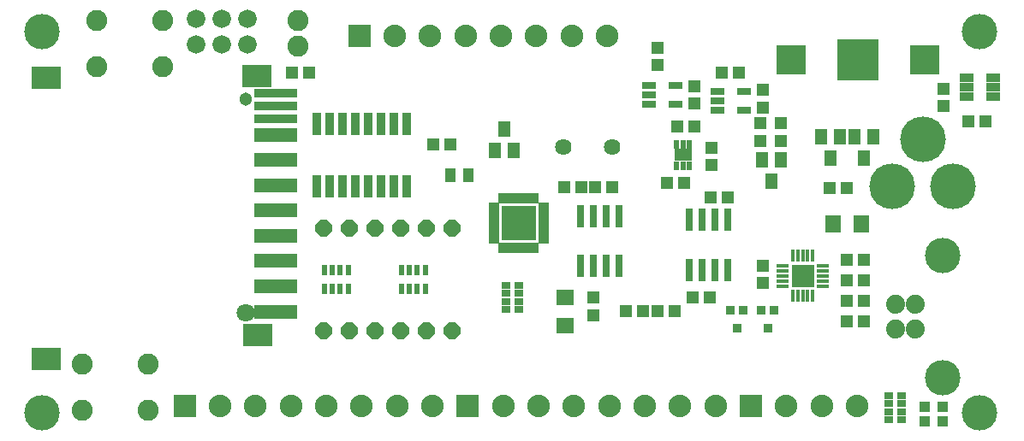
<source format=gts>
G75*
%MOIN*%
%OFA0B0*%
%FSLAX24Y24*%
%IPPOS*%
%LPD*%
%AMOC8*
5,1,8,0,0,1.08239X$1,22.5*
%
%ADD10C,0.0640*%
%ADD11R,0.0513X0.0474*%
%ADD12R,0.0395X0.0552*%
%ADD13R,0.0340X0.0880*%
%ADD14R,0.0552X0.0297*%
%ADD15R,0.1182X0.0867*%
%ADD16R,0.1655X0.0356*%
%ADD17R,0.1655X0.0552*%
%ADD18C,0.0513*%
%ADD19C,0.0710*%
%ADD20R,0.1175X0.1175*%
%ADD21R,0.1640X0.1640*%
%ADD22C,0.1380*%
%ADD23R,0.0474X0.0513*%
%ADD24OC8,0.0640*%
%ADD25C,0.0720*%
%ADD26C,0.0820*%
%ADD27C,0.1780*%
%ADD28R,0.0474X0.0631*%
%ADD29R,0.0560X0.0325*%
%ADD30C,0.0740*%
%ADD31R,0.0880X0.0880*%
%ADD32C,0.0880*%
%ADD33R,0.0240X0.0400*%
%ADD34R,0.0631X0.0710*%
%ADD35R,0.0395X0.0395*%
%ADD36R,0.0356X0.0356*%
%ADD37R,0.0336X0.0277*%
%ADD38R,0.0220X0.0320*%
%ADD39R,0.0710X0.0470*%
%ADD40R,0.0290X0.0860*%
%ADD41R,0.0178X0.0474*%
%ADD42R,0.0474X0.0178*%
%ADD43R,0.0867X0.0867*%
%ADD44R,0.0710X0.0631*%
%ADD45R,0.0400X0.0200*%
%ADD46R,0.0200X0.0400*%
%ADD47R,0.1360X0.1360*%
D10*
X021980Y012030D03*
X023880Y012030D03*
D11*
X026395Y012830D03*
X027065Y012830D03*
X029630Y012965D03*
X030430Y012965D03*
X030430Y012295D03*
X029630Y012295D03*
X026665Y010630D03*
X025995Y010630D03*
X027695Y010080D03*
X028365Y010080D03*
X032345Y010430D03*
X033015Y010430D03*
X037745Y013030D03*
X038415Y013030D03*
X036780Y013645D03*
X036780Y014315D03*
X028815Y014930D03*
X028145Y014930D03*
X023865Y010480D03*
X023195Y010480D03*
X022665Y010480D03*
X021995Y010480D03*
X017565Y012130D03*
X016895Y012130D03*
X026995Y006180D03*
X027665Y006180D03*
X026315Y005630D03*
X025645Y005630D03*
X032995Y005230D03*
X033665Y005230D03*
X033665Y006830D03*
X032995Y006830D03*
D12*
X018284Y010930D03*
X017576Y010930D03*
D13*
X015880Y010520D03*
X015380Y010520D03*
X014880Y010520D03*
X014380Y010520D03*
X013880Y010520D03*
X013380Y010520D03*
X012880Y010520D03*
X012380Y010520D03*
X012380Y012940D03*
X012880Y012940D03*
X013380Y012940D03*
X013880Y012940D03*
X014380Y012940D03*
X014880Y012940D03*
X015380Y012940D03*
X015880Y012940D03*
D14*
X025318Y013706D03*
X025318Y014080D03*
X025318Y014454D03*
X026342Y014454D03*
X026342Y013706D03*
X027983Y013850D03*
X027983Y013476D03*
X029007Y013476D03*
X029007Y014224D03*
X027983Y014224D03*
D15*
X010036Y014802D03*
X001847Y014763D03*
X010076Y004724D03*
X001847Y003779D03*
D16*
X010784Y013149D03*
X010784Y013661D03*
X010784Y014133D03*
D17*
X010784Y012519D03*
X010784Y011535D03*
X010784Y010550D03*
X010784Y009566D03*
X010784Y008582D03*
X010784Y007598D03*
X010784Y006613D03*
X010784Y005629D03*
D18*
X009603Y013897D03*
D19*
X009603Y005590D03*
D20*
X030830Y015430D03*
X036030Y015430D03*
D21*
X033430Y015430D03*
D22*
X001680Y001680D03*
X001680Y016555D03*
X036750Y007800D03*
X036750Y003060D03*
X038180Y001680D03*
X038180Y016555D03*
D23*
X029730Y014265D03*
X029730Y013595D03*
X027080Y013745D03*
X027080Y014415D03*
X025630Y015245D03*
X025630Y015915D03*
X027730Y012015D03*
X027730Y011345D03*
X032995Y007630D03*
X033665Y007630D03*
X033665Y006030D03*
X032995Y006030D03*
X029730Y006745D03*
X029730Y007415D03*
X025065Y005630D03*
X024395Y005630D03*
X023130Y005495D03*
X023130Y006165D03*
X012065Y014930D03*
X011395Y014930D03*
D24*
X012630Y008880D03*
X013630Y008880D03*
X014630Y008880D03*
X015630Y008880D03*
X016630Y008880D03*
X017630Y008880D03*
X017630Y004880D03*
X016630Y004880D03*
X015630Y004880D03*
X014630Y004880D03*
X013630Y004880D03*
X012630Y004880D03*
D25*
X009680Y016030D03*
X008680Y016030D03*
X007680Y016030D03*
X007680Y017030D03*
X008680Y017030D03*
X009680Y017030D03*
D26*
X011630Y016980D03*
X011630Y015980D03*
X006360Y015190D03*
X003800Y015190D03*
X003800Y016970D03*
X006360Y016970D03*
X005810Y003570D03*
X003250Y003570D03*
X003250Y001790D03*
X005810Y001790D03*
D27*
X034781Y010505D03*
X037143Y010505D03*
X035962Y012355D03*
D28*
X034054Y012463D03*
X033306Y012463D03*
X032754Y012463D03*
X032006Y012463D03*
X032380Y011597D03*
X033680Y011597D03*
X030454Y011563D03*
X029706Y011563D03*
X030080Y010697D03*
X020054Y011897D03*
X019306Y011897D03*
X019680Y012763D03*
D29*
X037664Y014006D03*
X037664Y014380D03*
X037664Y014754D03*
X038696Y014754D03*
X038696Y014380D03*
X038696Y014006D03*
D30*
X035680Y005922D03*
X034900Y005922D03*
X034900Y004938D03*
X035680Y004938D03*
D31*
X029277Y001930D03*
X018254Y001930D03*
X007230Y001930D03*
X014030Y016380D03*
D32*
X015408Y016380D03*
X016786Y016380D03*
X018164Y016380D03*
X019542Y016380D03*
X020920Y016380D03*
X022298Y016380D03*
X023676Y016380D03*
X023765Y001930D03*
X025143Y001930D03*
X026521Y001930D03*
X027899Y001930D03*
X030655Y001930D03*
X032033Y001930D03*
X033411Y001930D03*
X022387Y001930D03*
X021010Y001930D03*
X019632Y001930D03*
X016876Y001930D03*
X015498Y001930D03*
X014120Y001930D03*
X012742Y001930D03*
X011364Y001930D03*
X009986Y001930D03*
X008608Y001930D03*
D33*
X012658Y006526D03*
X012973Y006526D03*
X013287Y006526D03*
X013602Y006526D03*
X013602Y007234D03*
X013287Y007234D03*
X012973Y007234D03*
X012658Y007234D03*
X015658Y007234D03*
X015973Y007234D03*
X016287Y007234D03*
X016602Y007234D03*
X016602Y006526D03*
X016287Y006526D03*
X015973Y006526D03*
X015658Y006526D03*
D34*
X032479Y009030D03*
X033581Y009030D03*
D35*
X036030Y001925D03*
X036730Y001925D03*
X036730Y001335D03*
X036030Y001335D03*
D36*
X029930Y004966D03*
X028730Y004966D03*
X028474Y005694D03*
X028986Y005694D03*
X029674Y005694D03*
X030186Y005694D03*
D37*
X034634Y002352D03*
X034634Y002037D03*
X035126Y002037D03*
X035126Y002352D03*
X035126Y001723D03*
X034634Y001723D03*
X034634Y001408D03*
X035126Y001408D03*
X020226Y005708D03*
X019734Y005708D03*
X019734Y006023D03*
X019734Y006337D03*
X020226Y006337D03*
X020226Y006023D03*
X020226Y006652D03*
X019734Y006652D03*
D38*
X026370Y011320D03*
X026630Y011320D03*
X026890Y011320D03*
X026890Y012140D03*
X026630Y012140D03*
X026370Y012140D03*
D39*
X026630Y011730D03*
D40*
X024130Y009350D03*
X023630Y009350D03*
X023130Y009350D03*
X022630Y009350D03*
X026880Y009200D03*
X027380Y009200D03*
X027880Y009200D03*
X028380Y009200D03*
X024130Y007410D03*
X023630Y007410D03*
X023130Y007410D03*
X022630Y007410D03*
X026880Y007260D03*
X027380Y007260D03*
X027880Y007260D03*
X028380Y007260D03*
D41*
X030899Y007805D03*
X031096Y007805D03*
X031293Y007805D03*
X031489Y007805D03*
X031686Y007805D03*
X031686Y006230D03*
X031489Y006230D03*
X031293Y006230D03*
X031096Y006230D03*
X030899Y006230D03*
D42*
X030505Y006624D03*
X030505Y006821D03*
X030505Y007017D03*
X030505Y007214D03*
X030505Y007411D03*
X032080Y007411D03*
X032080Y007214D03*
X032080Y007017D03*
X032080Y006821D03*
X032080Y006624D03*
D43*
X031293Y007017D03*
D44*
X022030Y006181D03*
X022030Y005079D03*
D45*
X021200Y008390D03*
X021200Y008590D03*
X021200Y008780D03*
X021200Y008980D03*
X021200Y009180D03*
X021200Y009380D03*
X021200Y009570D03*
X021200Y009770D03*
X019260Y009770D03*
X019260Y009570D03*
X019260Y009380D03*
X019260Y009180D03*
X019260Y008980D03*
X019260Y008780D03*
X019260Y008590D03*
X019260Y008390D03*
D46*
X019540Y008110D03*
X019740Y008110D03*
X019930Y008110D03*
X020130Y008110D03*
X020330Y008110D03*
X020530Y008110D03*
X020720Y008110D03*
X020920Y008110D03*
X020920Y010050D03*
X020720Y010050D03*
X020530Y010050D03*
X020330Y010050D03*
X020130Y010050D03*
X019930Y010050D03*
X019740Y010050D03*
X019540Y010050D03*
D47*
X020230Y009080D03*
M02*

</source>
